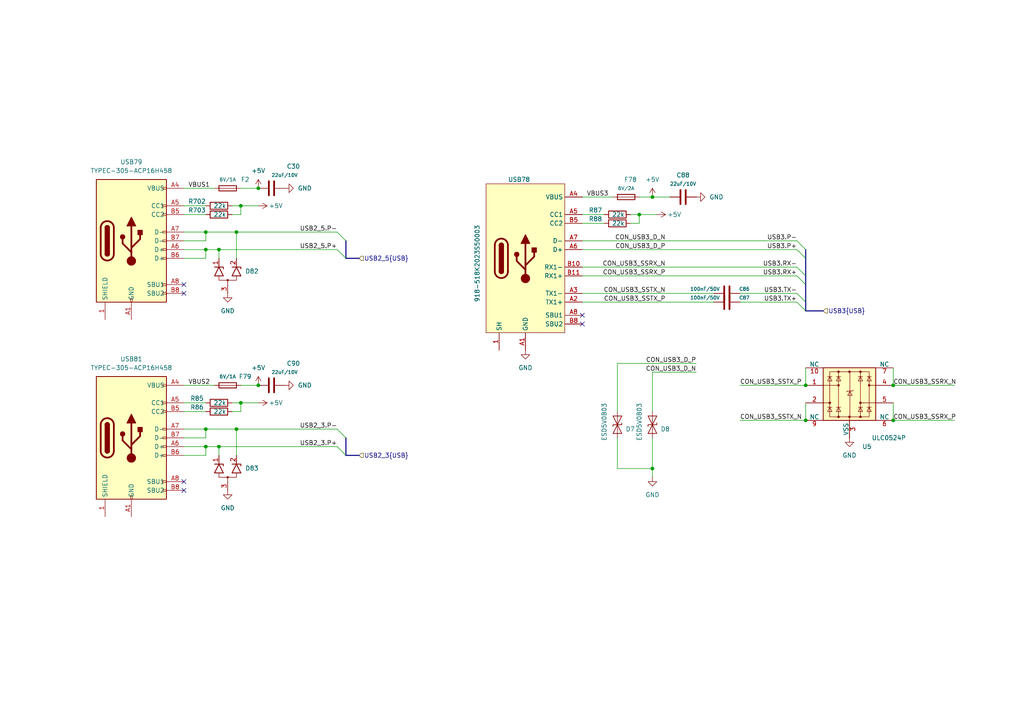
<source format=kicad_sch>
(kicad_sch (version 20250114) (generator "eeschema") (generator_version "9.0")
  (paper "A4")
  (title_block (title "LattePanda_MOKA") (date "2025-12-04") (rev "1.0") (company "DFRobot"))
  (lib_symbols
    (symbol "Device:C" (pin_numbers (hide yes)) (pin_names (offset 0.254))
      (property "Reference" "C" (at 0.635 2.54 0))
      (property "Value" "C" (at 0.635 -2.54 0))
      (symbol "C_0_1"
        (polyline (pts (xy -2.032 0.762) (xy 2.032 0.762)) (stroke (width 0.508)))
        (polyline (pts (xy -2.032 -0.762) (xy 2.032 -0.762)) (stroke (width 0.508)))
      )
      (symbol "C_1_1"
        (pin passive line (at 0 3.81 270) (length 2.794) (name "~") (number "1"))
        (pin passive line (at 0 -3.81 90) (length 2.794) (name "~") (number "2"))
      )
    )
    (symbol "Device:Fuse" (pin_numbers (hide yes)) (pin_names (offset 0))
      (property "Reference" "F" (at 2.032 0 90))
      (property "Value" "Fuse" (at -1.905 0 90))
      (symbol "Fuse_0_1"
        (rectangle (start -0.762 -2.54) (end 0.762 2.54) (stroke (width 0.254)))
        (polyline (pts (xy 0 2.54) (xy 0 -2.54)))
      )
      (symbol "Fuse_1_1"
        (pin passive line (at 0 3.81 270) (length 1.27) (name "~") (number "1"))
        (pin passive line (at 0 -3.81 90) (length 1.27) (name "~") (number "2"))
      )
    )
    (symbol "Device:R" (pin_numbers (hide yes)) (pin_names (offset 0))
      (property "Reference" "R" (at 2.032 0 90))
      (property "Value" "R" (at 0 0 90))
      (symbol "R_0_1"
        (rectangle (start -1.016 -2.54) (end 1.016 2.54) (stroke (width 0.254)))
      )
      (symbol "R_1_1"
        (pin passive line (at 0 3.81 270) (length 1.27) (name "~") (number "1"))
        (pin passive line (at 0 -3.81 90) (length 1.27) (name "~") (number "2"))
      )
    )
    (symbol "Diode:ESD9B5.0ST5G" (pin_numbers (hide yes)) (pin_names (offset 1.016) (hide yes))
      (property "Reference" "D" (at 0 2.54 0))
      (property "Value" "ESD9B5.0ST5G" (at 0 -2.54 0))
      (symbol "ESD9B5.0ST5G_0_1"
        (polyline (pts (xy -2.54 -1.27) (xy 0 0) (xy -2.54 1.27) (xy -2.54 -1.27)) (stroke (width 0.2032)))
        (polyline (pts (xy 0.508 1.27) (xy 0 1.27) (xy 0 -1.27) (xy -0.508 -1.27)) (stroke (width 0.2032)))
        (polyline (pts (xy 1.27 0) (xy -1.27 0)))
        (polyline (pts (xy 2.54 1.27) (xy 2.54 -1.27) (xy 0 0) (xy 2.54 1.27)) (stroke (width 0.2032)))
      )
      (symbol "ESD9B5.0ST5G_1_1"
        (pin passive line (at -3.81 0 0) (length 2.54) (name "A1") (number "1"))
        (pin passive line (at 3.81 0 180) (length 2.54) (name "A2") (number "2"))
      )
    )
    (symbol "EasyEDA:918-518K2023S50003"
      (property "Reference" "USB" (at -0.254 34.544 0))
      (property "Value" "918-518K2023S50003" (at 0 -39.624 0))
      (symbol "918-518K2023S50003_0_1"
        (rectangle (start -11.43 21.59) (end 11.43 -21.59) (fill (type background)))
        (polyline (pts (xy -8.89 -3.81) (xy -8.89 3.81)) (stroke (width 0.508)))
        (rectangle (start -7.62 -3.81) (end -6.35 3.81) (stroke (width 0.254)) (fill (type outline)))
        (arc (start -7.62 3.81) (mid -6.985 4.4423) (end -6.35 3.81) (stroke (width 0.254)))
        (arc (start -7.62 3.81) (mid -6.985 4.4423) (end -6.35 3.81) (stroke (width 0.254)) (fill (type outline)))
        (arc (start -8.89 3.81) (mid -6.985 5.7067) (end -5.08 3.81) (stroke (width 0.508)))
        (arc (start -5.08 -3.81) (mid -6.985 -5.7067) (end -8.89 -3.81) (stroke (width 0.508)))
        (arc (start -6.35 -3.81) (mid -6.985 -4.4423) (end -7.62 -3.81) (stroke (width 0.254)))
        (arc (start -6.35 -3.81) (mid -6.985 -4.4423) (end -7.62 -3.81) (stroke (width 0.254)) (fill (type outline)))
        (polyline (pts (xy -5.08 3.81) (xy -5.08 -3.81)) (stroke (width 0.508)))
        (circle (center -2.54 1.143) (radius 0.635) (stroke (width 0.254)) (fill (type outline)))
        (polyline (pts (xy -1.27 4.318) (xy 0 6.858) (xy 1.27 4.318) (xy -1.27 4.318)) (stroke (width 0.254)) (fill (type outline)))
        (polyline (pts (xy 0 -2.032) (xy 2.54 0.508) (xy 2.54 1.778)) (stroke (width 0.508)))
        (polyline (pts (xy 0 -3.302) (xy -2.54 -0.762) (xy -2.54 0.508)) (stroke (width 0.508)))
        (polyline (pts (xy 0 -5.842) (xy 0 4.318)) (stroke (width 0.508)))
        (circle (center 0 -5.842) (radius 1.27) (fill (type outline)))
        (rectangle (start 1.905 1.778) (end 3.175 3.048) (stroke (width 0.254)) (fill (type outline)))
        (pin unspecified line (at 0 -26.67 90) (length 5.08) (name "GND") (number "A1"))
        (pin unspecified line (at 0 -26.67 90) (length 5.08) (hide yes) (name "GND") (number "A12"))
        (pin unspecified line (at 0 -26.67 90) (length 5.08) (hide yes) (name "GND") (number "B1"))
        (pin unspecified line (at 0 -26.67 90) (length 5.08) (hide yes) (name "GND") (number "B12"))
        (pin unspecified line (at 16.51 17.78 180) (length 5.08) (name "VBUS") (number "A4"))
        (pin unspecified line (at 16.51 17.78 180) (length 5.08) (hide yes) (name "VBUS") (number "A9"))
        (pin unspecified line (at 16.51 17.78 180) (length 5.08) (hide yes) (name "VBUS") (number "B4"))
        (pin unspecified line (at 16.51 17.78 180) (length 5.08) (hide yes) (name "VBUS") (number "B9"))
        (pin unspecified line (at 16.51 12.7 180) (length 5.08) (name "CC1") (number "A5"))
        (pin unspecified line (at 16.51 10.16 180) (length 5.08) (name "CC2") (number "B5"))
        (pin unspecified line (at 16.51 5.08 180) (length 5.08) (name "D-") (number "A7"))
        (pin unspecified line (at 16.51 5.08 180) (length 5.08) (hide yes) (name "D-") (number "B7"))
        (pin unspecified line (at 16.51 2.54 180) (length 5.08) (name "D+") (number "A6"))
        (pin unspecified line (at 16.51 2.54 180) (length 5.08) (hide yes) (name "D+") (number "B6"))
        (pin unspecified line (at 16.51 -2.54 180) (length 5.08) (hide yes) (name "RX2-") (number "A10"))
        (pin unspecified line (at 16.51 -2.54 180) (length 5.08) (name "RX1-") (number "B10"))
        (pin unspecified line (at 16.51 -5.08 180) (length 5.08) (hide yes) (name "RX2+") (number "A11"))
        (pin unspecified line (at 16.51 -5.08 180) (length 5.08) (name "RX1+") (number "B11"))
        (pin unspecified line (at 16.51 -10.16 180) (length 5.08) (name "TX1-") (number "A3"))
        (pin unspecified line (at 16.51 -10.16 180) (length 5.08) (hide yes) (name "TX2-") (number "B3"))
        (pin unspecified line (at 16.51 -12.7 180) (length 5.08) (name "TX1+") (number "A2"))
        (pin unspecified line (at 16.51 -12.7 180) (length 5.08) (hide yes) (name "TX2+") (number "B2"))
        (pin unspecified line (at 16.51 -16.51 180) (length 5.08) (name "SBU1") (number "A8"))
        (pin unspecified line (at 16.51 -19.05 180) (length 5.08) (name "SBU2") (number "B8"))
      )
      (symbol "918-518K2023S50003_1_1"
        (pin unspecified line (at -7.62 -26.67 90) (length 5.08) (name "SH") (number "1"))
        (pin unspecified line (at -7.62 -26.67 90) (length 5.08) (hide yes) (name "SH") (number "2"))
        (pin unspecified line (at -7.62 -26.67 90) (length 5.08) (hide yes) (name "SH") (number "3"))
        (pin unspecified line (at -7.62 -26.67 90) (length 5.08) (hide yes) (name "SH") (number "4"))
      )
    )
    (symbol "EasyEDA:TYPEC-305-ACP16H458"
      (property "Reference" "USB" (at 0 19.558 0))
      (property "Value" "TYPEC-305-ACP16H458" (at 0 -20.32 0))
      (symbol "TYPEC-305-ACP16H458_0_0"
        (rectangle (start -0.254 -17.78) (end 0.254 -16.764))
        (rectangle (start 10.16 15.494) (end 9.144 14.986))
        (rectangle (start 10.16 10.414) (end 9.144 9.906))
        (rectangle (start 10.16 7.874) (end 9.144 7.366))
        (rectangle (start 10.16 2.794) (end 9.144 2.286))
        (rectangle (start 10.16 0.254) (end 9.144 -0.254))
        (rectangle (start 10.16 -2.286) (end 9.144 -2.794))
        (rectangle (start 10.16 -4.826) (end 9.144 -5.334))
        (rectangle (start 10.16 -12.446) (end 9.144 -12.954))
        (rectangle (start 10.16 -14.986) (end 9.144 -15.494))
      )
      (symbol "TYPEC-305-ACP16H458_0_1"
        (rectangle (start -10.16 17.78) (end 10.16 -17.78) (stroke (width 0.254)) (fill (type background)))
        (polyline (pts (xy -8.89 -3.81) (xy -8.89 3.81)) (stroke (width 0.508)))
        (rectangle (start -7.62 -3.81) (end -6.35 3.81) (stroke (width 0.254)) (fill (type outline)))
        (arc (start -7.62 3.81) (mid -6.985 4.4423) (end -6.35 3.81) (stroke (width 0.254)))
        (arc (start -7.62 3.81) (mid -6.985 4.4423) (end -6.35 3.81) (stroke (width 0.254)) (fill (type outline)))
        (arc (start -8.89 3.81) (mid -6.985 5.7067) (end -5.08 3.81) (stroke (width 0.508)))
        (arc (start -5.08 -3.81) (mid -6.985 -5.7067) (end -8.89 -3.81) (stroke (width 0.508)))
        (arc (start -6.35 -3.81) (mid -6.985 -4.4423) (end -7.62 -3.81) (stroke (width 0.254)))
        (arc (start -6.35 -3.81) (mid -6.985 -4.4423) (end -7.62 -3.81) (stroke (width 0.254)) (fill (type outline)))
        (polyline (pts (xy -5.08 3.81) (xy -5.08 -3.81)) (stroke (width 0.508)))
        (circle (center -2.54 1.143) (radius 0.635) (stroke (width 0.254)) (fill (type outline)))
        (polyline (pts (xy -1.27 4.318) (xy 0 6.858) (xy 1.27 4.318) (xy -1.27 4.318)) (stroke (width 0.254)) (fill (type outline)))
        (polyline (pts (xy 0 -2.032) (xy 2.54 0.508) (xy 2.54 1.778)) (stroke (width 0.508)))
        (polyline (pts (xy 0 -3.302) (xy -2.54 -0.762) (xy -2.54 0.508)) (stroke (width 0.508)))
        (polyline (pts (xy 0 -5.842) (xy 0 4.318)) (stroke (width 0.508)))
        (circle (center 0 -5.842) (radius 1.27) (fill (type outline)))
        (rectangle (start 1.905 1.778) (end 3.175 3.048) (stroke (width 0.254)) (fill (type outline)))
      )
      (symbol "TYPEC-305-ACP16H458_1_1"
        (pin passive line (at -7.62 -22.86 90) (length 5.08) (name "SHIELD") (number "1"))
        (pin passive line (at 0 -22.86 90) (length 5.08) (name "GND") (number "A1"))
        (pin passive line (at 0 -22.86 90) (length 5.08) (hide yes) (name "GND") (number "A12"))
        (pin passive line (at 0 -22.86 90) (length 5.08) (hide yes) (name "GND") (number "B1"))
        (pin passive line (at 0 -22.86 90) (length 5.08) (hide yes) (name "GND") (number "B12"))
        (pin passive line (at 15.24 15.24 180) (length 5.08) (name "VBUS") (number "A4"))
        (pin passive line (at 15.24 15.24 180) (length 5.08) (hide yes) (name "VBUS") (number "A9"))
        (pin passive line (at 15.24 15.24 180) (length 5.08) (hide yes) (name "VBUS") (number "B4"))
        (pin passive line (at 15.24 15.24 180) (length 5.08) (hide yes) (name "VBUS") (number "B9"))
        (pin bidirectional line (at 15.24 10.16 180) (length 5.08) (name "CC1") (number "A5"))
        (pin bidirectional line (at 15.24 7.62 180) (length 5.08) (name "CC2") (number "B5"))
        (pin bidirectional line (at 15.24 2.54 180) (length 5.08) (name "D-") (number "A7"))
        (pin bidirectional line (at 15.24 0 180) (length 5.08) (name "D-") (number "B7"))
        (pin bidirectional line (at 15.24 -2.54 180) (length 5.08) (name "D+") (number "A6"))
        (pin bidirectional line (at 15.24 -5.08 180) (length 5.08) (name "D+") (number "B6"))
        (pin bidirectional line (at 15.24 -12.7 180) (length 5.08) (name "SBU1") (number "A8"))
        (pin bidirectional line (at 15.24 -15.24 180) (length 5.08) (name "SBU2") (number "B8"))
      )
    )
    (symbol "Power_Protection:D3V3XA4B10LP" (pin_names (offset 0))
      (property "Reference" "U" (at -0.635 8.89 0))
      (property "Value" "D3V3XA4B10LP" (at 8.89 -10.16 0))
      (symbol "D3V3XA4B10LP_0_0"
        (rectangle (start -5.715 6.477) (end 5.715 -6.604))
        (polyline (pts (xy -3.175 -6.604) (xy -3.175 6.477)))
        (polyline (pts (xy 0.127 6.477) (xy 0.127 -6.604)))
        (polyline (pts (xy 3.175 6.477) (xy 3.175 -6.604)))
      )
      (symbol "D3V3XA4B10LP_0_1"
        (polyline (pts (xy -7.747 2.54) (xy -3.175 2.54)))
        (rectangle (start -7.62 7.62) (end 7.62 -7.62) (stroke (width 0.254)) (fill (type background)))
        (polyline (pts (xy -7.62 -2.54) (xy -5.715 -2.54)))
        (circle (center -5.715 -2.54) (radius 0.2794) (fill (type outline)))
        (polyline (pts (xy -5.08 5.08) (xy -6.35 5.08)))
        (polyline (pts (xy -5.08 3.81) (xy -6.35 3.81) (xy -5.715 5.08) (xy -5.08 3.81)))
        (polyline (pts (xy -5.08 -3.81) (xy -6.35 -3.81)))
        (polyline (pts (xy -5.08 -5.08) (xy -6.35 -5.08) (xy -5.715 -3.81) (xy -5.08 -5.08)))
        (circle (center -3.175 6.477) (radius 0.2794) (fill (type outline)))
        (circle (center -3.175 2.54) (radius 0.2794) (fill (type outline)))
        (circle (center -3.175 -6.604) (radius 0.2794) (fill (type outline)))
        (polyline (pts (xy -2.54 5.08) (xy -3.81 5.08)))
        (polyline (pts (xy -2.54 3.81) (xy -3.81 3.81) (xy -3.175 5.08) (xy -2.54 3.81)))
        (polyline (pts (xy -2.54 -3.81) (xy -3.81 -3.81)))
        (polyline (pts (xy -2.54 -5.08) (xy -3.81 -5.08) (xy -3.175 -3.81) (xy -2.54 -5.08)))
        (polyline (pts (xy -0.508 0.889) (xy -0.889 0.635)))
        (circle (center 0 6.477) (radius 0.2794) (fill (type outline)))
        (polyline (pts (xy 0 -6.604) (xy 0 -7.62)))
        (circle (center 0 -6.604) (radius 0.2794) (fill (type outline)))
        (polyline (pts (xy 0.762 0.889) (xy -0.508 0.889)))
        (polyline (pts (xy 0.762 0.889) (xy 1.143 1.143)))
        (polyline (pts (xy 0.762 -0.381) (xy -0.508 -0.381) (xy 0.127 0.889) (xy 0.762 -0.381)))
        (circle (center 3.175 6.477) (radius 0.2794) (fill (type outline)))
        (circle (center 3.175 -2.54) (radius 0.2794) (fill (type outline)))
        (circle (center 3.175 -6.604) (radius 0.2794) (fill (type outline)))
        (polyline (pts (xy 3.81 5.08) (xy 2.54 5.08)))
        (polyline (pts (xy 3.81 3.81) (xy 2.54 3.81) (xy 3.175 5.08) (xy 3.81 3.81)))
        (polyline (pts (xy 3.81 -3.81) (xy 2.54 -3.81)))
        (polyline (pts (xy 3.81 -5.08) (xy 2.54 -5.08) (xy 3.175 -3.81) (xy 3.81 -5.08)))
        (circle (center 5.715 2.54) (radius 0.2794) (fill (type outline)))
        (polyline (pts (xy 6.35 5.08) (xy 5.08 5.08)))
        (polyline (pts (xy 6.35 3.81) (xy 5.08 3.81) (xy 5.715 5.08) (xy 6.35 3.81)))
        (polyline (pts (xy 6.35 -3.81) (xy 5.08 -3.81)))
        (polyline (pts (xy 6.35 -5.08) (xy 5.08 -5.08) (xy 5.715 -3.81) (xy 6.35 -5.08)))
        (polyline (pts (xy 7.62 2.54) (xy 5.715 2.54)))
        (polyline (pts (xy 7.62 -2.54) (xy 3.175 -2.54)))
      )
      (symbol "D3V3XA4B10LP_1_1"
        (pin free line (at -12.7 7.62 0) (length 5.08) (name "NC") (number "10"))
        (pin passive line (at -12.7 2.54 0) (length 5.08) (name "~") (number "1"))
        (pin passive line (at -12.7 -2.54 0) (length 5.08) (name "~") (number "2"))
        (pin free line (at -12.7 -7.62 0) (length 5.08) (name "NC") (number "9"))
        (pin power_in line (at 0 -12.7 90) (length 5.08) (name "VSS") (number "3"))
        (pin passive line (at 0 -12.7 90) (length 5.08) (hide yes) (name "VSS") (number "8"))
        (pin free line (at 12.7 7.62 180) (length 5.08) (name "NC") (number "7"))
        (pin passive line (at 12.7 2.54 180) (length 5.08) (name "~") (number "4"))
        (pin passive line (at 12.7 -2.54 180) (length 5.08) (name "~") (number "5"))
        (pin free line (at 12.7 -7.62 180) (length 5.08) (name "NC") (number "6"))
      )
    )
    (symbol "Power_Protection:RCLAMP0502BA" (pin_names (hide yes))
      (property "Reference" "D" (at 0 5.08 0))
      (property "Value" "RCLAMP0502BA" (at 0 -5.08 0))
      (symbol "RCLAMP0502BA_0_1"
        (polyline (pts (xy -2.54 0) (xy -1.27 0)))
        (polyline (pts (xy -1.27 2.54) (xy -1.27 -2.54)))
        (polyline (pts (xy 0 2.54) (xy -1.27 2.54)) (stroke (width 0.1524)))
        (polyline (pts (xy 0 1.27) (xy 0 3.81) (xy 2.54 2.54) (xy 0 1.27)) (stroke (width 0.254)))
        (polyline (pts (xy 2.54 3.81) (xy 2.54 1.27) (xy 2.032 1.27)) (stroke (width 0.254)))
        (pin passive line (at -5.08 0 0) (length 2.54) (name "A") (number "3"))
      )
      (symbol "RCLAMP0502BA_1_1"
        (circle (center -1.27 0) (radius 0.254) (fill (type outline)))
        (polyline (pts (xy 0 -2.54) (xy -1.27 -2.54)) (stroke (width 0.1524)))
        (polyline (pts (xy 0 -3.81) (xy 0 -1.27) (xy 2.54 -2.54) (xy 0 -3.81)) (stroke (width 0.254)))
        (polyline (pts (xy 2.54 -1.27) (xy 2.54 -3.81) (xy 2.032 -3.81)) (stroke (width 0.254)))
        (pin passive line (at 5.08 2.54 180) (length 2.54) (name "K1") (number "1"))
        (pin passive line (at 5.08 -2.54 180) (length 2.54) (name "K2") (number "2"))
      )
    )
    (symbol "power:+5V" (power) (pin_numbers (hide yes)) (pin_names (offset 0) (hide yes))
      (property "Value" "+5V" (at 0 3.556 0))
      (symbol "+5V_0_1"
        (polyline (pts (xy -0.762 1.27) (xy 0 2.54)))
        (polyline (pts (xy 0 2.54) (xy 0.762 1.27)))
        (polyline (pts (xy 0 0) (xy 0 2.54)))
      )
      (symbol "+5V_1_1"
        (pin power_in line (at 0 0 90) (length 0) (name "~") (number "1"))
      )
    )
    (symbol "power:GND" (power) (pin_numbers (hide yes)) (pin_names (offset 0) (hide yes))
      (property "Value" "GND" (at 0 -3.81 0))
      (symbol "GND_0_1"
        (polyline (pts (xy 0 0) (xy 0 -1.27) (xy 1.27 -1.27) (xy 0 -2.54) (xy -1.27 -1.27) (xy 0 -1.27)))
      )
      (symbol "GND_1_1"
        (pin power_in line (at 0 0 270) (length 0) (name "~") (number "1"))
      )
    )
  )
  (junction (at 63.5 129.54))
  (junction (at 189.23 57.15))
  (junction (at 69.85 116.84))
  (junction (at 68.58 67.31))
  (junction (at 59.69 67.31))
  (junction (at 189.23 135.89))
  (junction (at 69.85 59.69))
  (junction (at 74.93 111.76))
  (junction (at 59.69 124.46))
  (junction (at 59.69 129.54))
  (junction (at 68.58 124.46))
  (junction (at 59.69 72.39))
  (junction (at 74.93 54.61))
  (junction (at 259.08 121.92))
  (junction (at 63.5 72.39))
  (junction (at 259.08 111.76))
  (junction (at 233.68 121.92))
  (junction (at 185.42 62.23))
  (junction (at 233.68 111.76))
  (no_connect (at 53.34 142.24))
  (no_connect (at 53.34 82.55))
  (no_connect (at 53.34 85.09))
  (no_connect (at 168.91 91.44))
  (no_connect (at 53.34 139.7))
  (no_connect (at 168.91 93.98))
  (bus_entry (at 97.79 72.39) (size 2.54 2.54))
  (bus_entry (at 231.14 72.39) (size 2.54 2.54))
  (bus_entry (at 231.14 69.85) (size 2.54 2.54))
  (bus_entry (at 97.79 129.54) (size 2.54 2.54))
  (bus_entry (at 231.14 80.01) (size 2.54 2.54))
  (bus_entry (at 231.14 85.09) (size 2.54 2.54))
  (bus_entry (at 231.14 77.47) (size 2.54 2.54))
  (bus_entry (at 231.14 87.63) (size 2.54 2.54))
  (bus_entry (at 97.79 67.31) (size 2.54 2.54))
  (bus_entry (at 97.79 124.46) (size 2.54 2.54))
  (bus (pts (xy 100.33 127) (xy 100.33 132.08)))
  (wire (pts (xy 74.93 54.61) (xy 69.85 54.61)))
  (wire (pts (xy 53.34 74.93) (xy 59.69 74.93)))
  (wire (pts (xy 53.34 69.85) (xy 59.69 69.85)))
  (wire (pts (xy 63.5 72.39) (xy 97.79 72.39)))
  (wire (pts (xy 231.14 85.09) (xy 214.63 85.09)))
  (wire (pts (xy 259.08 121.92) (xy 276.86 121.92)))
  (bus (pts (xy 233.68 90.17) (xy 238.76 90.17)))
  (wire (pts (xy 63.5 129.54) (xy 97.79 129.54)))
  (wire (pts (xy 59.69 124.46) (xy 53.34 124.46)))
  (wire (pts (xy 207.01 87.63) (xy 168.91 87.63)))
  (wire (pts (xy 59.69 72.39) (xy 53.34 72.39)))
  (wire (pts (xy 63.5 72.39) (xy 63.5 74.93)))
  (wire (pts (xy 68.58 67.31) (xy 97.79 67.31)))
  (wire (pts (xy 175.26 64.77) (xy 168.91 64.77)))
  (wire (pts (xy 168.91 80.01) (xy 231.14 80.01)))
  (wire (pts (xy 59.69 67.31) (xy 68.58 67.31)))
  (bus (pts (xy 233.68 74.93) (xy 233.68 80.01)))
  (wire (pts (xy 168.91 72.39) (xy 231.14 72.39)))
  (wire (pts (xy 59.69 127) (xy 59.69 124.46)))
  (wire (pts (xy 59.69 62.23) (xy 53.34 62.23)))
  (wire (pts (xy 63.5 129.54) (xy 63.5 132.08)))
  (bus (pts (xy 233.68 82.55) (xy 233.68 87.63)))
  (wire (pts (xy 185.42 62.23) (xy 190.5 62.23)))
  (wire (pts (xy 177.8 57.15) (xy 168.91 57.15)))
  (wire (pts (xy 53.34 59.69) (xy 59.69 59.69)))
  (wire (pts (xy 179.07 105.41) (xy 179.07 119.38)))
  (wire (pts (xy 201.93 105.41) (xy 179.07 105.41)))
  (wire (pts (xy 233.68 106.68) (xy 233.68 111.76)))
  (wire (pts (xy 214.63 111.76) (xy 233.68 111.76)))
  (wire (pts (xy 68.58 124.46) (xy 68.58 132.08)))
  (bus (pts (xy 100.33 132.08) (xy 104.14 132.08)))
  (wire (pts (xy 59.69 124.46) (xy 68.58 124.46)))
  (wire (pts (xy 185.42 64.77) (xy 182.88 64.77)))
  (wire (pts (xy 59.69 69.85) (xy 59.69 67.31)))
  (wire (pts (xy 185.42 62.23) (xy 185.42 64.77)))
  (wire (pts (xy 259.08 111.76) (xy 276.86 111.76)))
  (wire (pts (xy 59.69 72.39) (xy 63.5 72.39)))
  (wire (pts (xy 69.85 59.69) (xy 67.31 59.69)))
  (wire (pts (xy 59.69 129.54) (xy 53.34 129.54)))
  (wire (pts (xy 69.85 116.84) (xy 74.93 116.84)))
  (wire (pts (xy 179.07 135.89) (xy 189.23 135.89)))
  (bus (pts (xy 100.33 74.93) (xy 104.14 74.93)))
  (wire (pts (xy 168.91 62.23) (xy 175.26 62.23)))
  (wire (pts (xy 179.07 127) (xy 179.07 135.89)))
  (wire (pts (xy 231.14 87.63) (xy 214.63 87.63)))
  (wire (pts (xy 259.08 116.84) (xy 259.08 121.92)))
  (wire (pts (xy 62.23 54.61) (xy 53.34 54.61)))
  (wire (pts (xy 59.69 67.31) (xy 53.34 67.31)))
  (wire (pts (xy 168.91 77.47) (xy 231.14 77.47)))
  (wire (pts (xy 259.08 106.68) (xy 259.08 111.76)))
  (wire (pts (xy 59.69 119.38) (xy 53.34 119.38)))
  (wire (pts (xy 69.85 62.23) (xy 67.31 62.23)))
  (bus (pts (xy 233.68 72.39) (xy 233.68 74.93)))
  (wire (pts (xy 189.23 127) (xy 189.23 135.89)))
  (wire (pts (xy 59.69 129.54) (xy 63.5 129.54)))
  (wire (pts (xy 185.42 62.23) (xy 182.88 62.23)))
  (wire (pts (xy 53.34 116.84) (xy 59.69 116.84)))
  (bus (pts (xy 233.68 80.01) (xy 233.68 82.55)))
  (wire (pts (xy 207.01 85.09) (xy 168.91 85.09)))
  (wire (pts (xy 189.23 138.43) (xy 189.23 135.89)))
  (bus (pts (xy 233.68 87.63) (xy 233.68 90.17)))
  (wire (pts (xy 68.58 124.46) (xy 97.79 124.46)))
  (wire (pts (xy 53.34 127) (xy 59.69 127)))
  (wire (pts (xy 59.69 74.93) (xy 59.69 72.39)))
  (wire (pts (xy 62.23 111.76) (xy 53.34 111.76)))
  (wire (pts (xy 189.23 57.15) (xy 194.31 57.15)))
  (wire (pts (xy 189.23 57.15) (xy 185.42 57.15)))
  (wire (pts (xy 69.85 59.69) (xy 69.85 62.23)))
  (wire (pts (xy 69.85 116.84) (xy 67.31 116.84)))
  (wire (pts (xy 214.63 121.92) (xy 233.68 121.92)))
  (wire (pts (xy 59.69 132.08) (xy 59.69 129.54)))
  (wire (pts (xy 68.58 67.31) (xy 68.58 74.93)))
  (bus (pts (xy 100.33 69.85) (xy 100.33 74.93)))
  (wire (pts (xy 53.34 132.08) (xy 59.69 132.08)))
  (wire (pts (xy 74.93 111.76) (xy 69.85 111.76)))
  (wire (pts (xy 69.85 119.38) (xy 67.31 119.38)))
  (wire (pts (xy 233.68 116.84) (xy 233.68 121.92)))
  (wire (pts (xy 189.23 107.95) (xy 201.93 107.95)))
  (wire (pts (xy 69.85 59.69) (xy 74.93 59.69)))
  (wire (pts (xy 168.91 69.85) (xy 231.14 69.85)))
  (wire (pts (xy 189.23 119.38) (xy 189.23 107.95)))
  (wire (pts (xy 69.85 116.84) (xy 69.85 119.38)))
  (label "CON_USB3_SSTX_N" (at 214.63 121.92 0))
  (label "USB3.P+" (at 231.14 72.39 180))
  (label "CON_USB3_SSTX_N" (at 193.04 85.09 180))
  (label "USB3.RX-" (at 231.14 77.47 180))
  (label "CON_USB3_SSRX_N" (at 259.08 111.76 0))
  (label "CON_USB3_D_N" (at 201.93 107.95 180))
  (label "USB2_3.P+" (at 97.79 129.54 180))
  (label "CON_USB3_D_P" (at 201.93 105.41 180))
  (label "CON_USB3_SSTX_P" (at 214.63 111.76 0))
  (label "CON_USB3_D_N" (at 193.04 69.85 180))
  (label "VBUS1" (at 54.61 54.61 0))
  (label "USB2_5.P-" (at 97.79 67.31 180))
  (label "USB3.TX-" (at 231.14 85.09 180))
  (label "CON_USB3_SSRX_P" (at 193.04 80.01 180))
  (label "CON_USB3_SSTX_P" (at 193.04 87.63 180))
  (label "USB3.P-" (at 231.14 69.85 180))
  (label "VBUS2" (at 54.61 111.76 0))
  (label "CON_USB3_SSRX_N" (at 193.04 77.47 180))
  (label "USB2_5.P+" (at 97.79 72.39 180))
  (label "USB3.TX+" (at 231.14 87.63 180))
  (label "VBUS3" (at 170.18 57.15 0))
  (label "CON_USB3_D_P" (at 193.04 72.39 180))
  (label "USB3.RX+" (at 231.14 80.01 180))
  (label "CON_USB3_SSRX_P" (at 259.08 121.92 0))
  (label "USB2_3.P-" (at 97.79 124.46 180))
  (hierarchical_label "USB2_3{USB}" (shape input) (at 104.14 132.08 0))
  (hierarchical_label "USB2_5{USB}" (shape input) (at 104.14 74.93 0))
  (hierarchical_label "USB3{USB}" (shape input) (at 238.76 90.17 0))
  (symbol (lib_id "EasyEDA:918-518K2023S50003") (at 152.4 74.93 0) (unit 1)
    (property "Reference" "USB78" (at 147.32 52.07 0) (effects (justify left)))
    (property "Value" "918-518K2023S50003" (at 138.43 87.63 90) (effects (justify left)))
    (property "Footprint" "EasyEDA:USB-TYPE-C-SMD_918-518K2023S50003" (effects (hide yes)))
    (property "LCSC Part" "C5380414" (effects (hide yes)))
  )
  (symbol (lib_id "Device:Fuse") (at 66.04 54.61 270) (mirror x) (unit 1)
    (property "Reference" "F2" (at 71.12 52.07 90))
    (property "Value" "6V/1A" (at 66.04 52.07 90) (effects (font (size 1 1))))
    (property "Footprint" "A_HDJ_Library:Fuse_0805_2012Metric" (effects (hide yes)))
    (property "SCH_Show_Footprint" "R0603" (effects (hide yes)))
  )
  (symbol (lib_id "Device:R") (at 63.5 62.23 90) (mirror x) (unit 1)
    (property "Reference" "R703" (at 57.15 60.96 90))
    (property "Value" "22k" (at 63.754 62.23 90))
    (property "Footprint" "Resistor_SMD:R_0402_1005Metric" (effects (hide yes)))
    (property "Package" "0402" (effects (hide yes)))
  )
  (symbol (lib_id "power:+5V") (at 190.5 62.23 270) (unit 1)
    (property "Reference" "#PWR0132" (effects (hide yes)))
    (property "Value" "+5V" (at 195.58 62.23 90))
    (property "Description" "Power symbol creates a global label with name \"+5V\"" (effects (hide yes)))
  )
  (symbol (lib_id "EasyEDA:TYPEC-305-ACP16H458") (at 38.1 69.85 0) (unit 1)
    (property "Reference" "USB79" (at 38.1 46.99 0))
    (property "Value" "TYPEC-305-ACP16H458" (at 38.1 49.53 0))
    (property "Footprint" "EasyEDA:USB-C-SMD_TYPEC-305-ACP16H458" (effects (hide yes)))
    (property "LCSC Part" "C5454943" (effects (hide yes)))
  )
  (symbol (lib_id "Power_Protection:D3V3XA4B10LP") (at 246.38 114.3 0) (unit 1)
    (property "Reference" "U5" (at 251.46 129.54 0))
    (property "Value" "ULC0524P" (at 257.81 127 0))
    (property "Footprint" "A_HDJ_Library:Diodes_UDFN-10_1.0x2.5mm_P0.5mm" (effects (hide yes)))
    (property "Datasheet" "https://www.diodes.com/assets/Datasheets/D3V3XA4B10LP.pdf" (effects (hide yes)))
  )
  (symbol (lib_id "Device:C") (at 78.74 111.76 270) (mirror x) (unit 1)
    (property "Reference" "C90" (at 85.09 105.41 90))
    (property "Value" "22uF/10V" (at 82.55 107.95 90) (effects (font (size 1 1))))
    (property "Footprint" "A_HDJ_Library:C_0603_1608Metric" (effects (hide yes)))
    (property "SCH_Show_Footprint" "C603" (effects (hide yes)))
  )
  (symbol (lib_id "Power_Protection:RCLAMP0502BA") (at 66.04 80.01 90) (unit 1)
    (property "Reference" "D82" (at 71.12 78.6765 90) (effects (justify right)))
    (property "Value" "RCLAMP0502BA" (effects (hide yes)))
    (property "Footprint" "Package_TO_SOT_SMD:SOT-416" (effects (hide yes)))
    (property "Datasheet" "https://www.semtech.com/products/circuit-protection/low-capacitance/rclamp0502ba" (effects (hide yes)))
  )
  (symbol (lib_id "power:+5V") (at 74.93 111.76 0) (mirror y) (unit 1)
    (property "Reference" "#PWR0124" (effects (hide yes)))
    (property "Value" "+5V" (at 74.93 106.68 0))
  )
  (symbol (lib_id "Device:C") (at 210.82 85.09 270) (mirror x) (unit 1)
    (property "Reference" "C86" (at 215.9 83.82 90) (effects (font (size 1 1))))
    (property "Value" "100nF/50V" (at 204.47 83.82 90) (effects (font (size 1 1))))
    (property "Footprint" "A_HDJ_Library:C_0402_1005Metric" (effects (hide yes)))
    (property "SCH_Show_Footprint" "C0402" (effects (hide yes)))
  )
  (symbol (lib_id "power:+5V") (at 74.93 59.69 270) (unit 1)
    (property "Reference" "#PWR0605" (effects (hide yes)))
    (property "Value" "+5V" (at 80.01 59.69 90))
    (property "Description" "Power symbol creates a global label with name \"+5V\"" (effects (hide yes)))
  )
  (symbol (lib_id "Diode:ESD9B5.0ST5G") (at 179.07 123.19 270) (mirror x) (unit 1)
    (property "Reference" "D7" (at 184.15 124.46 90) (effects (justify right)))
    (property "Value" "ESD5V0B03" (at 175.26 116.84 0) (effects (justify right)))
    (property "Footprint" "A_HDJ_Library:D_0402_1005Metric" (effects (hide yes)))
    (property "Datasheet" "https://www.onsemi.com/pub/Collateral/ESD9B-D.PDF" (effects (hide yes)))
    (property "SCH_Show_Footprint" "D0402" (effects (hide yes)))
  )
  (symbol (lib_id "power:GND") (at 189.23 138.43 0) (mirror y) (unit 1)
    (property "Reference" "#PWR032" (effects (hide yes)))
    (property "Value" "GND" (at 189.23 143.51 0))
  )
  (symbol (lib_id "power:GND") (at 66.04 85.09 0) (unit 1)
    (property "Reference" "#PWR0129" (effects (hide yes)))
    (property "Value" "GND" (at 66.04 90.17 0))
  )
  (symbol (lib_id "power:GND") (at 82.55 111.76 90) (mirror x) (unit 1)
    (property "Reference" "#PWR0125" (effects (hide yes)))
    (property "Value" "GND" (at 86.36 111.76 90) (effects (justify right)))
  )
  (symbol (lib_id "Device:R") (at 179.07 62.23 90) (mirror x) (unit 1)
    (property "Reference" "R87" (at 172.72 60.96 90))
    (property "Value" "22k" (at 179.324 62.23 90))
    (property "Footprint" "Resistor_SMD:R_0402_1005Metric" (effects (hide yes)))
    (property "Package" "0402" (effects (hide yes)))
  )
  (symbol (lib_id "Device:R") (at 63.5 119.38 90) (mirror x) (unit 1)
    (property "Reference" "R86" (at 57.15 118.11 90))
    (property "Value" "22k" (at 63.754 119.38 90))
    (property "Footprint" "Resistor_SMD:R_0402_1005Metric" (effects (hide yes)))
    (property "Package" "0402" (effects (hide yes)))
  )
  (symbol (lib_id "Diode:ESD9B5.0ST5G") (at 189.23 123.19 270) (mirror x) (unit 1)
    (property "Reference" "D8" (at 194.31 124.46 90) (effects (justify right)))
    (property "Value" "ESD5V0B03" (at 185.42 116.84 0) (effects (justify right)))
    (property "Footprint" "A_HDJ_Library:D_0402_1005Metric" (effects (hide yes)))
    (property "Datasheet" "https://www.onsemi.com/pub/Collateral/ESD9B-D.PDF" (effects (hide yes)))
    (property "SCH_Show_Footprint" "D0402" (effects (hide yes)))
  )
  (symbol (lib_id "Device:C") (at 78.74 54.61 270) (mirror x) (unit 1)
    (property "Reference" "C30" (at 85.09 48.26 90))
    (property "Value" "22uF/10V" (at 82.55 50.8 90) (effects (font (size 1 1))))
    (property "Footprint" "A_HDJ_Library:C_0603_1608Metric" (effects (hide yes)))
    (property "SCH_Show_Footprint" "C603" (effects (hide yes)))
  )
  (symbol (lib_id "Device:Fuse") (at 66.04 111.76 270) (mirror x) (unit 1)
    (property "Reference" "F79" (at 71.12 109.22 90))
    (property "Value" "6V/1A" (at 66.04 109.22 90) (effects (font (size 1 1))))
    (property "Footprint" "A_HDJ_Library:Fuse_0805_2012Metric" (effects (hide yes)))
    (property "SCH_Show_Footprint" "R0603" (effects (hide yes)))
  )
  (symbol (lib_id "power:GND") (at 66.04 142.24 0) (unit 1)
    (property "Reference" "#PWR0130" (effects (hide yes)))
    (property "Value" "GND" (at 66.04 147.32 0))
  )
  (symbol (lib_id "Device:C") (at 210.82 87.63 270) (mirror x) (unit 1)
    (property "Reference" "C87" (at 215.9 86.36 90) (effects (font (size 1 1))))
    (property "Value" "100nF/50V" (at 204.47 86.36 90) (effects (font (size 1 1))))
    (property "Footprint" "A_HDJ_Library:C_0402_1005Metric" (effects (hide yes)))
    (property "SCH_Show_Footprint" "C0402" (effects (hide yes)))
  )
  (symbol (lib_id "Device:R") (at 179.07 64.77 90) (mirror x) (unit 1)
    (property "Reference" "R88" (at 172.72 63.5 90))
    (property "Value" "22k" (at 179.324 64.77 90))
    (property "Footprint" "Resistor_SMD:R_0402_1005Metric" (effects (hide yes)))
    (property "Package" "0402" (effects (hide yes)))
  )
  (symbol (lib_id "power:GND") (at 246.38 127 0) (unit 1)
    (property "Reference" "#PWR041" (effects (hide yes)))
    (property "Value" "GND" (at 246.38 132.08 0))
  )
  (symbol (lib_id "Device:R") (at 63.5 116.84 90) (mirror x) (unit 1)
    (property "Reference" "R85" (at 57.15 115.57 90))
    (property "Value" "22k" (at 63.754 116.84 90))
    (property "Footprint" "Resistor_SMD:R_0402_1005Metric" (effects (hide yes)))
    (property "Package" "0402" (effects (hide yes)))
  )
  (symbol (lib_id "power:GND") (at 201.93 57.15 90) (mirror x) (unit 1)
    (property "Reference" "#PWR078" (effects (hide yes)))
    (property "Value" "GND" (at 205.74 57.15 90) (effects (justify right)))
  )
  (symbol (lib_id "power:+5V") (at 74.93 116.84 270) (unit 1)
    (property "Reference" "#PWR0131" (effects (hide yes)))
    (property "Value" "+5V" (at 80.01 116.84 90))
    (property "Description" "Power symbol creates a global label with name \"+5V\"" (effects (hide yes)))
  )
  (symbol (lib_id "Device:C") (at 198.12 57.15 270) (mirror x) (unit 1)
    (property "Reference" "C88" (at 198.12 50.8 90))
    (property "Value" "22uF/10V" (at 198.12 53.34 90) (effects (font (size 1 1))))
    (property "Footprint" "A_HDJ_Library:C_0603_1608Metric" (effects (hide yes)))
    (property "SCH_Show_Footprint" "C603" (effects (hide yes)))
  )
  (symbol (lib_id "power:+5V") (at 189.23 57.15 0) (mirror y) (unit 1)
    (property "Reference" "#PWR093" (effects (hide yes)))
    (property "Value" "+5V" (at 189.23 52.07 0))
  )
  (symbol (lib_id "power:GND") (at 82.55 54.61 90) (mirror x) (unit 1)
    (property "Reference" "#PWR035" (effects (hide yes)))
    (property "Value" "GND" (at 86.36 54.61 90) (effects (justify right)))
  )
  (symbol (lib_id "Device:Fuse") (at 181.61 57.15 270) (mirror x) (unit 1)
    (property "Reference" "F78" (at 182.88 52.07 90))
    (property "Value" "6V/2A" (at 181.61 54.61 90) (effects (font (size 1 1))))
    (property "Footprint" "A_HDJ_Library:R_0805_2012Metric" (effects (hide yes)))
    (property "SCH_Show_Footprint" "R0805" (effects (hide yes)))
  )
  (symbol (lib_id "Power_Protection:RCLAMP0502BA") (at 66.04 137.16 90) (unit 1)
    (property "Reference" "D83" (at 71.12 135.8265 90) (effects (justify right)))
    (property "Value" "RCLAMP0502BA" (effects (hide yes)))
    (property "Footprint" "Package_TO_SOT_SMD:SOT-416" (effects (hide yes)))
    (property "Datasheet" "https://www.semtech.com/products/circuit-protection/low-capacitance/rclamp0502ba" (effects (hide yes)))
  )
  (symbol (lib_id "EasyEDA:TYPEC-305-ACP16H458") (at 38.1 127 0) (unit 1)
    (property "Reference" "USB81" (at 38.1 104.14 0))
    (property "Value" "TYPEC-305-ACP16H458" (at 38.1 106.68 0))
    (property "Footprint" "EasyEDA:USB-C-SMD_TYPEC-305-ACP16H458" (effects (hide yes)))
    (property "LCSC Part" "C5454943" (effects (hide yes)))
  )
  (symbol (lib_id "power:+5V") (at 74.93 54.61 0) (mirror y) (unit 1)
    (property "Reference" "#PWR038" (effects (hide yes)))
    (property "Value" "+5V" (at 74.93 49.53 0))
  )
  (symbol (lib_id "Device:R") (at 63.5 59.69 90) (mirror x) (unit 1)
    (property "Reference" "R702" (at 57.15 58.42 90))
    (property "Value" "22k" (at 63.754 59.69 90))
    (property "Footprint" "Resistor_SMD:R_0402_1005Metric" (effects (hide yes)))
    (property "Package" "0402" (effects (hide yes)))
  )
  (symbol (lib_id "power:GND") (at 152.4 101.6 0) (unit 1)
    (property "Reference" "#PWR094" (effects (hide yes)))
    (property "Value" "GND" (at 152.4 106.68 0))
  )
)
</source>
